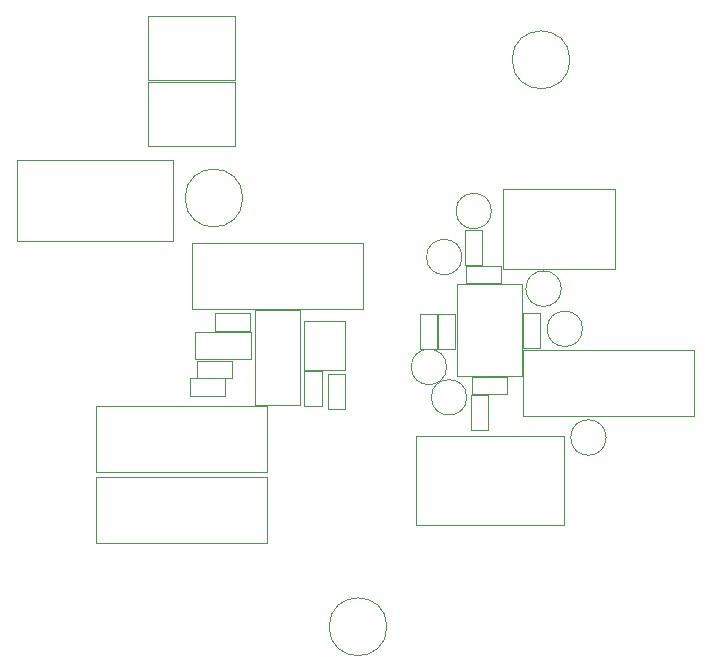
<source format=gbr>
G04 #@! TF.GenerationSoftware,KiCad,Pcbnew,5.1.5+dfsg1-2build2*
G04 #@! TF.CreationDate,2021-03-18T18:13:08+09:00*
G04 #@! TF.ProjectId,puck,7075636b-2e6b-4696-9361-645f70636258,rev?*
G04 #@! TF.SameCoordinates,Original*
G04 #@! TF.FileFunction,Other,User*
%FSLAX46Y46*%
G04 Gerber Fmt 4.6, Leading zero omitted, Abs format (unit mm)*
G04 Created by KiCad (PCBNEW 5.1.5+dfsg1-2build2) date 2021-03-18 18:13:08*
%MOMM*%
%LPD*%
G04 APERTURE LIST*
%ADD10C,0.050000*%
G04 APERTURE END LIST*
D10*
X124600000Y-145200000D02*
G75*
G03X124600000Y-145200000I-2450000J0D01*
G01*
X140100000Y-97200000D02*
G75*
G03X140100000Y-97200000I-2450000J0D01*
G01*
X112400000Y-108900000D02*
G75*
G03X112400000Y-108900000I-2450000J0D01*
G01*
X111715000Y-104500000D02*
X104385000Y-104500000D01*
X111715000Y-99100000D02*
X104385000Y-99100000D01*
X111715000Y-104500000D02*
X111715000Y-99100000D01*
X104385000Y-104500000D02*
X104385000Y-99100000D01*
X111715000Y-98900000D02*
X104385000Y-98900000D01*
X111715000Y-93500000D02*
X104385000Y-93500000D01*
X111715000Y-98900000D02*
X111715000Y-93500000D01*
X104385000Y-98900000D02*
X104385000Y-93500000D01*
X131358518Y-125774728D02*
G75*
G03X131358518Y-125774728I-1500000J0D01*
G01*
X130950000Y-113900000D02*
G75*
G03X130950000Y-113900000I-1500000J0D01*
G01*
X139358518Y-116574728D02*
G75*
G03X139358518Y-116574728I-1500000J0D01*
G01*
X129650000Y-123200000D02*
G75*
G03X129650000Y-123200000I-1500000J0D01*
G01*
X143158518Y-129174728D02*
G75*
G03X143158518Y-129174728I-1500000J0D01*
G01*
X141158517Y-119974728D02*
G75*
G03X141158517Y-119974728I-1500000J0D01*
G01*
X133450000Y-110000000D02*
G75*
G03X133450000Y-110000000I-1500000J0D01*
G01*
X136008518Y-116169729D02*
X136008518Y-123979729D01*
X130508518Y-116169729D02*
X130508518Y-123979729D01*
X136008518Y-116169729D02*
X130508518Y-116169729D01*
X136008518Y-123979729D02*
X130508518Y-123979729D01*
X117540000Y-123485000D02*
X117540000Y-119315000D01*
X117540000Y-119315000D02*
X121060000Y-119315000D01*
X121060000Y-119315000D02*
X121060000Y-123485000D01*
X121060000Y-123485000D02*
X117540000Y-123485000D01*
X131295000Y-114644728D02*
X134255000Y-114644728D01*
X131295000Y-116104728D02*
X131295000Y-114644728D01*
X134255000Y-116104728D02*
X131295000Y-116104728D01*
X134255000Y-114644728D02*
X134255000Y-116104728D01*
X134738518Y-125504729D02*
X131778518Y-125504729D01*
X134738518Y-124044729D02*
X134738518Y-125504729D01*
X131778518Y-124044729D02*
X134738518Y-124044729D01*
X131778518Y-125504729D02*
X131778518Y-124044729D01*
X132680000Y-111620000D02*
X132680000Y-114580000D01*
X131220000Y-111620000D02*
X132680000Y-111620000D01*
X131220000Y-114580000D02*
X131220000Y-111620000D01*
X132680000Y-114580000D02*
X131220000Y-114580000D01*
X137588518Y-118669728D02*
X137588518Y-121629728D01*
X136128518Y-118669728D02*
X137588518Y-118669728D01*
X136128518Y-121629728D02*
X136128518Y-118669728D01*
X137588518Y-121629728D02*
X136128518Y-121629728D01*
X131720000Y-128555000D02*
X131720000Y-125595000D01*
X133180000Y-128555000D02*
X131720000Y-128555000D01*
X133180000Y-125595000D02*
X133180000Y-128555000D01*
X131720000Y-125595000D02*
X133180000Y-125595000D01*
X108130000Y-118290000D02*
X108130000Y-112710000D01*
X122610000Y-118290000D02*
X108130000Y-118290000D01*
X122610000Y-112710000D02*
X122610000Y-118290000D01*
X108130000Y-112710000D02*
X122610000Y-112710000D01*
X114470000Y-132510000D02*
X114470000Y-138090000D01*
X99990000Y-132510000D02*
X114470000Y-132510000D01*
X99990000Y-138090000D02*
X99990000Y-132510000D01*
X114470000Y-138090000D02*
X99990000Y-138090000D01*
X136138518Y-121784728D02*
X150618518Y-121784728D01*
X150618518Y-121784728D02*
X150618518Y-127364728D01*
X150618518Y-127364728D02*
X136138518Y-127364728D01*
X136138518Y-127364728D02*
X136138518Y-121784728D01*
X114470000Y-126510000D02*
X114470000Y-132090000D01*
X99990000Y-126510000D02*
X114470000Y-126510000D01*
X99990000Y-132090000D02*
X99990000Y-126510000D01*
X114470000Y-132090000D02*
X99990000Y-132090000D01*
X117250000Y-126400000D02*
X117250000Y-118400000D01*
X113450000Y-126400000D02*
X117250000Y-126400000D01*
X113450000Y-118400000D02*
X113450000Y-126400000D01*
X117250000Y-118400000D02*
X113450000Y-118400000D01*
X108350000Y-120250000D02*
X108350000Y-122550000D01*
X113050000Y-122550000D02*
X108350000Y-122550000D01*
X113050000Y-120250000D02*
X113050000Y-122550000D01*
X108350000Y-120250000D02*
X113050000Y-120250000D01*
X143870000Y-114900000D02*
X143870000Y-108100000D01*
X143870000Y-108100000D02*
X134430000Y-108100000D01*
X134430000Y-108100000D02*
X134430000Y-114900000D01*
X134430000Y-114900000D02*
X143870000Y-114900000D01*
X93300000Y-105700000D02*
X93300000Y-112500000D01*
X93300000Y-112500000D02*
X106500000Y-112500000D01*
X106500000Y-112500000D02*
X106500000Y-105700000D01*
X106500000Y-105700000D02*
X93300000Y-105700000D01*
X121080000Y-123822500D02*
X121080000Y-126782500D01*
X119620000Y-123822500D02*
X121080000Y-123822500D01*
X119620000Y-126782500D02*
X119620000Y-123822500D01*
X121080000Y-126782500D02*
X119620000Y-126782500D01*
X117620000Y-126477500D02*
X117620000Y-123517500D01*
X119080000Y-126477500D02*
X117620000Y-126477500D01*
X119080000Y-123517500D02*
X119080000Y-126477500D01*
X117620000Y-123517500D02*
X119080000Y-123517500D01*
X110927500Y-125630000D02*
X107967500Y-125630000D01*
X110927500Y-124170000D02*
X110927500Y-125630000D01*
X107967500Y-124170000D02*
X110927500Y-124170000D01*
X107967500Y-125630000D02*
X107967500Y-124170000D01*
X111467500Y-124130000D02*
X108507500Y-124130000D01*
X111467500Y-122670000D02*
X111467500Y-124130000D01*
X108507500Y-122670000D02*
X111467500Y-122670000D01*
X108507500Y-124130000D02*
X108507500Y-122670000D01*
X110007500Y-118670000D02*
X112967500Y-118670000D01*
X110007500Y-120130000D02*
X110007500Y-118670000D01*
X112967500Y-120130000D02*
X110007500Y-120130000D01*
X112967500Y-118670000D02*
X112967500Y-120130000D01*
X127420000Y-121654728D02*
X127420000Y-118694728D01*
X128880000Y-121654728D02*
X127420000Y-121654728D01*
X128880000Y-118694728D02*
X128880000Y-121654728D01*
X127420000Y-118694728D02*
X128880000Y-118694728D01*
X128928518Y-121654728D02*
X128928518Y-118694728D01*
X130388518Y-121654728D02*
X128928518Y-121654728D01*
X130388518Y-118694728D02*
X130388518Y-121654728D01*
X128928518Y-118694728D02*
X130388518Y-118694728D01*
X127100000Y-129050000D02*
X139600000Y-129050000D01*
X127100000Y-136550000D02*
X127100000Y-129050000D01*
X139600000Y-136550000D02*
X127100000Y-136550000D01*
X139600000Y-129050000D02*
X139600000Y-136550000D01*
M02*

</source>
